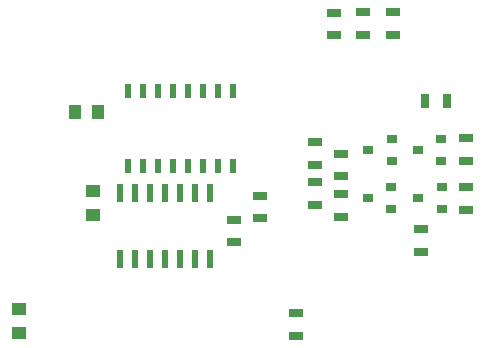
<source format=gbr>
%TF.GenerationSoftware,KiCad,Pcbnew,(5.1.7)-1*%
%TF.CreationDate,2020-11-09T22:40:43+01:00*%
%TF.ProjectId,LED_Chain,4c45445f-4368-4616-996e-2e6b69636164,rev?*%
%TF.SameCoordinates,Original*%
%TF.FileFunction,Paste,Top*%
%TF.FilePolarity,Positive*%
%FSLAX46Y46*%
G04 Gerber Fmt 4.6, Leading zero omitted, Abs format (unit mm)*
G04 Created by KiCad (PCBNEW (5.1.7)-1) date 2020-11-09 22:40:43*
%MOMM*%
%LPD*%
G01*
G04 APERTURE LIST*
%ADD10R,0.580000X1.520000*%
%ADD11R,1.300000X0.700000*%
%ADD12R,1.250000X1.000000*%
%ADD13R,1.000000X1.250000*%
%ADD14R,0.508000X1.143000*%
%ADD15R,0.700000X1.300000*%
%ADD16R,0.900000X0.800000*%
G04 APERTURE END LIST*
D10*
%TO.C,U2*%
X133056999Y-96979999D03*
X134326999Y-96979999D03*
X135596999Y-96979999D03*
X136866999Y-96979999D03*
X138136999Y-96979999D03*
X139406999Y-96979999D03*
X140676999Y-96979999D03*
X140676999Y-102499999D03*
X139406999Y-102499999D03*
X138136999Y-102499999D03*
X136866999Y-102499999D03*
X135596999Y-102499999D03*
X134326999Y-102499999D03*
X133056999Y-102499999D03*
%TD*%
D11*
%TO.C,R4*%
X147970000Y-107120000D03*
X147970000Y-109020000D03*
%TD*%
%TO.C,R3*%
X151150000Y-83570000D03*
X151150000Y-81670000D03*
%TD*%
%TO.C,R2*%
X156210000Y-83540000D03*
X156210000Y-81640000D03*
%TD*%
%TO.C,R1*%
X153670000Y-83540000D03*
X153670000Y-81640000D03*
%TD*%
D12*
%TO.C,C1*%
X124500000Y-106790000D03*
X124500000Y-108790000D03*
%TD*%
%TO.C,C3*%
X130780000Y-96780000D03*
X130780000Y-98780000D03*
%TD*%
D13*
%TO.C,C2*%
X131210000Y-90100000D03*
X129210000Y-90100000D03*
%TD*%
D11*
%TO.C,R11*%
X151750000Y-98950000D03*
X151750000Y-97050000D03*
%TD*%
%TO.C,R10*%
X149530000Y-97930000D03*
X149530000Y-96030000D03*
%TD*%
%TO.C,R8*%
X149560000Y-92650000D03*
X149560000Y-94550000D03*
%TD*%
%TO.C,R7*%
X151750000Y-93640000D03*
X151750000Y-95540000D03*
%TD*%
D14*
%TO.C,U1*%
X133734999Y-88324998D03*
X136274999Y-88324998D03*
X137544999Y-88324998D03*
X138814999Y-88324998D03*
X140084999Y-88324998D03*
X141354999Y-88324998D03*
X142624999Y-88324998D03*
X142624999Y-94674998D03*
X141354999Y-94674998D03*
X140084999Y-94674998D03*
X138814999Y-94674998D03*
X137544999Y-94674998D03*
X136274999Y-94674998D03*
X135004999Y-94674998D03*
X133734999Y-94674998D03*
X135004999Y-88324998D03*
%TD*%
D15*
%TO.C,R14*%
X160750000Y-89180000D03*
X158850000Y-89180000D03*
%TD*%
D11*
%TO.C,R13*%
X158520000Y-101910000D03*
X158520000Y-100010000D03*
%TD*%
%TO.C,R12*%
X162340000Y-96480000D03*
X162340000Y-98380000D03*
%TD*%
%TO.C,R9*%
X162340000Y-94230000D03*
X162340000Y-92330000D03*
%TD*%
%TO.C,R5*%
X144900000Y-97180000D03*
X144900000Y-99080000D03*
%TD*%
%TO.C,R6*%
X142680000Y-99200000D03*
X142680000Y-101100000D03*
%TD*%
D16*
%TO.C,Q4*%
X160280000Y-98320000D03*
X160280000Y-96420000D03*
X158280000Y-97370000D03*
%TD*%
%TO.C,Q3*%
X156030000Y-98300000D03*
X156030000Y-96400000D03*
X154030000Y-97350000D03*
%TD*%
%TO.C,Q2*%
X160249999Y-94250001D03*
X160249999Y-92350001D03*
X158249999Y-93300001D03*
%TD*%
%TO.C,Q1*%
X156049999Y-94249999D03*
X156049999Y-92349999D03*
X154049999Y-93299999D03*
%TD*%
M02*

</source>
